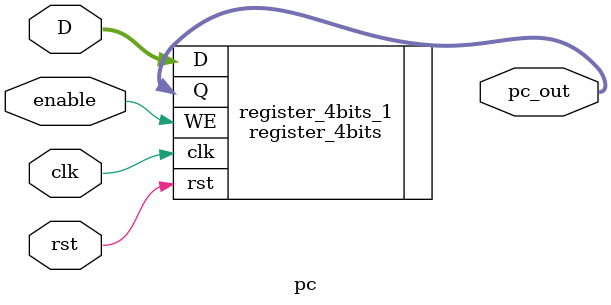
<source format=v>
module pc 
(
    input   wire [3:0]  D,
    input   wire        enable,
    input   wire        clk,
    input   wire        rst,
    output  wire [3:0]  pc_out
);
    register_4bits register_4bits_1 
    (
        .D(D),
        .WE(enable),
        .clk(clk),
        .rst(rst),
        .Q(pc_out)
    );
    endmodule

</source>
